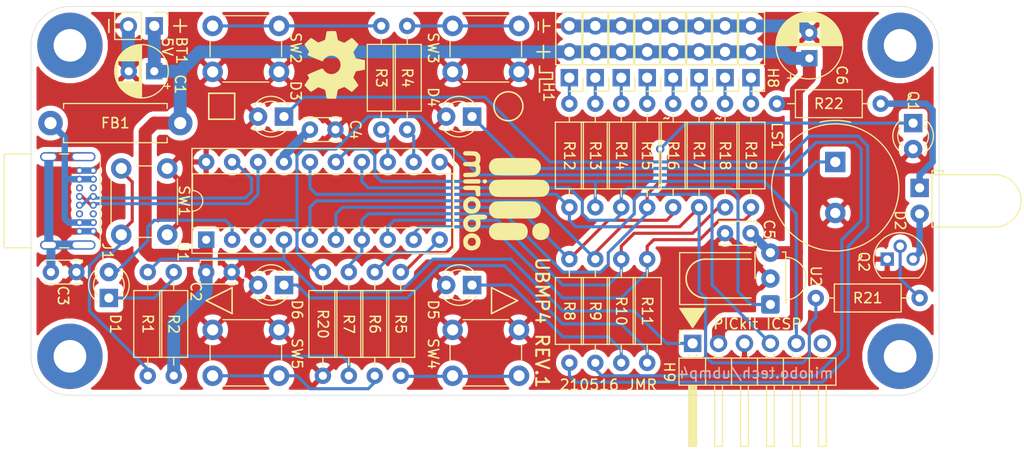
<source format=kicad_pcb>
(kicad_pcb (version 20171130) (host pcbnew "(5.1.10-1-10_14)")
  (title_block (title UBMP4) (date 2020-07-20) (rev 0) (company mirobo))
  (layers (0 F.Cu signal) (31 B.Cu signal) (34 B.Paste user hide) (35 F.Paste user hide) (36 B.SilkS user) (37 F.SilkS user) (38 B.Mask user) (39 F.Mask user) (44 Edge.Cuts user))
  (net 0 "")
  (net 1 GND)
  (net 2 +5V)
  (net 3 "Net-(C3-Pad2)")
  (net 4 "Net-(C4-Pad1)")
  (net 5 "Net-(D1-Pad2)")
  (net 6 "Net-(D1-Pad1)")
  (net 7 "Net-(D2-Pad2)")
  (net 8 "Net-(D2-Pad1)")
  (net 9 "Net-(D3-Pad2)")
  (net 10 "Net-(D4-Pad2)")
  (net 11 "Net-(D5-Pad2)")
  (net 12 "Net-(D6-Pad2)")
  (net 13 "Net-(FB1-Pad2)")
  (net 14 "Net-(H1-Pad1)")
  (net 15 "Net-(H2-Pad1)")
  (net 16 "Net-(H3-Pad1)")
  (net 17 "Net-(H4-Pad1)")
  (net 18 "Net-(H5-Pad1)")
  (net 19 "Net-(H6-Pad1)")
  (net 20 "Net-(H7-Pad1)")
  (net 21 "Net-(H8-Pad1)")
  (net 22 "Net-(H9-Pad6)")
  (net 23 "Net-(H9-Pad5)")
  (net 24 "Net-(H9-Pad4)")
  (net 25 /Vpp)
  (net 26 "Net-(J1-PadB5)")
  (net 27 "Net-(J1-PadB8)")
  (net 28 "Net-(J1-PadA8)")
  (net 29 "Net-(J1-PadA5)")
  (net 30 "Net-(LS1-Pad1)")
  (net 31 "Net-(Q1-Pad1)")
  (net 32 "Net-(Q2-Pad2)")
  (net 33 "Net-(R1-Pad1)")
  (net 34 "Net-(R3-Pad2)")
  (net 35 "Net-(R3-Pad1)")
  (net 36 "Net-(R4-Pad2)")
  (net 37 "Net-(R4-Pad1)")
  (net 38 "Net-(R5-Pad2)")
  (net 39 "Net-(R5-Pad1)")
  (net 40 "Net-(R6-Pad2)")
  (net 41 "Net-(R6-Pad1)")
  (net 42 "Net-(R14-Pad2)")
  (net 43 /D+)
  (net 44 /D-)
  (net 45 "Net-(R10-Pad1)")
  (net 46 "Net-(R11-Pad1)")
  (net 47 "Net-(R16-Pad2)")
  (net 48 "Net-(R17-Pad2)")
  (module Symbol:OSHW-Symbol_6.7x6mm_SilkScreen (layer F.Cu) (at 131.318 88.265 270)
    (fp_text reference G2 hide)
    (fp_text value Logo_Open_Hardware_Small hide)
  )
  (module UBMP4.1:mirobo_logo_10 (layer F.Cu) (at 148.336 101.6 270)
    (fp_text reference G1 hide)
    (fp_text value mirobotech_logo hide)
  )
  (module UBMP4.1:LED_D5.0mm_Horizontal_O1.27mm_Z3.0mm_Clear (layer F.Cu) (at 188.595 102.87 90)
    (fp_text reference D2 (at -0.635 -1.905 270 unlocked) (layer F.SilkS))
    (fp_text value IR333C)
    (pad 2 thru_hole rect (at 2.54 0 90) (size 1.8 1.8) (drill 0.9) (layers *.Cu *.Mask) (net 7 "Net-(D2-Pad2)"))
    (pad 1 thru_hole circle (at 0 0 90) (size 1.8 1.8) (drill 0.9) (layers *.Cu *.Mask) (net 8 "Net-(D2-Pad1)"))
  )
  (module UBMP4.1:LED_D3.0mm (layer F.Cu) (at 123.825 109.855)
    (fp_text reference D6 (at 3.81 2.413 270 unlocked) (layer F.SilkS))
    (fp_text value LED)
    (pad 2 thru_hole rect (at 2.54 0) (size 1.8 1.8) (drill 0.9) (layers *.Cu *.Mask) (net 12 "Net-(D6-Pad2)"))
    (pad 1 thru_hole circle (at 0 0) (size 1.8 1.8) (drill 0.9) (layers *.Cu *.Mask) (net 1 GND))
  )
  (module UBMP4.1:LED_D3.0mm (layer F.Cu) (at 142.24 109.855)
    (fp_text reference D5 (at -1.27 2.413 270 unlocked) (layer F.SilkS))
    (fp_text value LED)
    (pad 2 thru_hole rect (at 2.54 0) (size 1.8 1.8) (drill 0.9) (layers *.Cu *.Mask) (net 11 "Net-(D5-Pad2)"))
    (pad 1 thru_hole circle (at 0 0) (size 1.8 1.8) (drill 0.9) (layers *.Cu *.Mask) (net 1 GND))
  )
  (module UBMP4.1:LED_D3.0mm (layer F.Cu) (at 142.24 93.345)
    (fp_text reference D4 (at -1.27 -1.905 -90 unlocked) (layer F.SilkS))
    (fp_text value LED)
    (pad 2 thru_hole rect (at 2.54 0) (size 1.8 1.8) (drill 0.9) (layers *.Cu *.Mask) (net 10 "Net-(D4-Pad2)"))
    (pad 1 thru_hole circle (at 0 0) (size 1.8 1.8) (drill 0.9) (layers *.Cu *.Mask) (net 1 GND))
  )
  (module UBMP4.1:LED_D3.0mm (layer F.Cu) (at 123.825 93.345)
    (fp_text reference D3 (at 3.683 -2.54 270 unlocked) (layer F.SilkS))
    (fp_text value LED)
    (pad 2 thru_hole rect (at 2.54 0) (size 1.8 1.8) (drill 0.9) (layers *.Cu *.Mask) (net 9 "Net-(D3-Pad2)"))
    (pad 1 thru_hole circle (at 0 0) (size 1.8 1.8) (drill 0.9) (layers *.Cu *.Mask) (net 1 GND))
  )
  (module UBMP4.1:LED_D3.0mm (layer F.Cu) (at 109.22 108.585 270)
    (fp_text reference D1 (at 5.08 -0.635 270 unlocked) (layer F.SilkS))
    (fp_text value RUN)
    (pad 2 thru_hole rect (at 2.54 0 270) (size 1.8 1.8) (drill 0.9) (layers *.Cu *.Mask) (net 5 "Net-(D1-Pad2)"))
    (pad 1 thru_hole circle (at 0 0 270) (size 1.8 1.8) (drill 0.9) (layers *.Cu *.Mask) (net 6 "Net-(D1-Pad1)"))
  )
  (module Buzzer_Beeper:Buzzer_TDK_PS1240P02BT_D12.2mm_H6.5mm (layer F.Cu) (at 180.34 97.79 270)
    (fp_text reference LS1 (at -2.54 5.715 270 unlocked) (layer F.SilkS))
    (fp_text value "Piezo Beeper")
    (pad 2 thru_hole circle (at 5 0 270) (size 2 2) (drill 1) (layers *.Cu *.Mask) (net 1 GND))
    (pad 1 thru_hole rect (at 0 0 270) (size 2 2) (drill 1) (layers *.Cu *.Mask) (net 30 "Net-(LS1-Pad1)"))
  )
  (module Resistor_THT:R_Axial_DIN0207_L6.3mm_D2.5mm_P10.16mm_Horizontal (layer F.Cu) (at 156.845 107.315 270)
    (fp_text reference R9 (at 5.08 0 270 unlocked) (layer F.SilkS))
    (fp_text value 470)
    (pad 2 thru_hole oval (at 10.16 0 270) (size 1.6 1.6) (drill 0.8) (layers *.Cu *.Mask) (net 10 "Net-(D4-Pad2)"))
    (pad 1 thru_hole circle (at 0 0 270) (size 1.6 1.6) (drill 0.8) (layers *.Cu *.Mask) (net 48 "Net-(R17-Pad2)"))
  )
  (module Resistor_THT:R_Axial_DIN0207_L6.3mm_D2.5mm_P10.16mm_Horizontal (layer F.Cu) (at 161.925 107.315 270)
    (fp_text reference R11 (at 5.08 0 270 unlocked) (layer F.SilkS))
    (fp_text value 470)
    (pad 2 thru_hole oval (at 10.16 0 270) (size 1.6 1.6) (drill 0.8) (layers *.Cu *.Mask) (net 12 "Net-(D6-Pad2)"))
    (pad 1 thru_hole circle (at 0 0 270) (size 1.6 1.6) (drill 0.8) (layers *.Cu *.Mask) (net 46 "Net-(R11-Pad1)"))
  )
  (module UBMP4:PinHeader_1x06_P2.54mm_Horizontal (layer F.Cu) (at 166.37 115.57 90)
    (fp_text reference H9 (at -2.794 -2.286 270 unlocked) (layer F.SilkS))
    (fp_text value ICSP)
    (pad 1 thru_hole rect (at 0 0 90) (size 1.7 1.7) (drill 1) (layers *.Cu *.Mask) (net 25 /Vpp))
    (pad 2 thru_hole oval (at 0 2.54 90) (size 1.7 1.7) (drill 1) (layers *.Cu *.Mask) (net 2 +5V))
    (pad 3 thru_hole oval (at 0 5.08 90) (size 1.7 1.7) (drill 1) (layers *.Cu *.Mask) (net 1 GND))
    (pad 4 thru_hole oval (at 0 7.62 90) (size 1.7 1.7) (drill 1) (layers *.Cu *.Mask) (net 24 "Net-(H9-Pad4)"))
    (pad 5 thru_hole oval (at 0 10.16 90) (size 1.7 1.7) (drill 1) (layers *.Cu *.Mask) (net 23 "Net-(H9-Pad5)"))
    (pad 6 thru_hole oval (at 0 12.7 90) (size 1.7 1.7) (drill 1) (layers *.Cu *.Mask) (net 22 "Net-(H9-Pad6)"))
  )
  (module Resistor_THT:R_Axial_DIN0207_L6.3mm_D2.5mm_P10.16mm_Horizontal (layer F.Cu) (at 172.085 92.075 270)
    (fp_text reference R19 (at 5.08 0 270 unlocked) (layer F.SilkS))
    (fp_text value 100)
    (pad 2 thru_hole oval (at 10.16 0 270) (size 1.6 1.6) (drill 0.8) (layers *.Cu *.Mask) (net 46 "Net-(R11-Pad1)"))
    (pad 1 thru_hole circle (at 0 0 270) (size 1.6 1.6) (drill 0.8) (layers *.Cu *.Mask) (net 21 "Net-(H8-Pad1)"))
  )
  (module Resistor_THT:R_Axial_DIN0207_L6.3mm_D2.5mm_P10.16mm_Horizontal (layer F.Cu) (at 169.545 92.075 270)
    (fp_text reference R18 (at 5.08 0 270 unlocked) (layer F.SilkS))
    (fp_text value 100)
    (pad 2 thru_hole oval (at 10.16 0 270) (size 1.6 1.6) (drill 0.8) (layers *.Cu *.Mask) (net 45 "Net-(R10-Pad1)"))
    (pad 1 thru_hole circle (at 0 0 270) (size 1.6 1.6) (drill 0.8) (layers *.Cu *.Mask) (net 20 "Net-(H7-Pad1)"))
  )
  (module Resistor_THT:R_Axial_DIN0207_L6.3mm_D2.5mm_P10.16mm_Horizontal (layer F.Cu) (at 167.005 92.075 270)
    (fp_text reference R17 (at 5.08 0 270 unlocked) (layer F.SilkS))
    (fp_text value 100)
    (pad 2 thru_hole oval (at 10.16 0 270) (size 1.6 1.6) (drill 0.8) (layers *.Cu *.Mask) (net 48 "Net-(R17-Pad2)"))
    (pad 1 thru_hole circle (at 0 0 270) (size 1.6 1.6) (drill 0.8) (layers *.Cu *.Mask) (net 19 "Net-(H6-Pad1)"))
  )
  (module Resistor_THT:R_Axial_DIN0207_L6.3mm_D2.5mm_P10.16mm_Horizontal (layer F.Cu) (at 164.465 92.075 270)
    (fp_text reference R16 (at 5.08 0 270 unlocked) (layer F.SilkS))
    (fp_text value 100)
    (pad 2 thru_hole oval (at 10.16 0 270) (size 1.6 1.6) (drill 0.8) (layers *.Cu *.Mask) (net 47 "Net-(R16-Pad2)"))
    (pad 1 thru_hole circle (at 0 0 270) (size 1.6 1.6) (drill 0.8) (layers *.Cu *.Mask) (net 18 "Net-(H5-Pad1)"))
  )
  (module Connector_USB:USB_C_Receptacle_GCT_USB4085 (layer F.Cu) (at 107.696 98.6282 270)
    (fp_text reference J1 (at 7.9248 -1.397 270 unlocked) (layer F.SilkS))
    (fp_text value "USB2 TYPE-C")
    (pad S1 thru_hole oval (at 7.3 4.36 270) (size 0.9 1.7) (drill oval 0.6 1.4) (layers *.Cu *.Mask) (net 3 "Net-(C3-Pad2)"))
    (pad S1 thru_hole oval (at -1.35 4.36 270) (size 0.9 1.7) (drill oval 0.6 1.4) (layers *.Cu *.Mask) (net 3 "Net-(C3-Pad2)"))
    (pad S1 thru_hole oval (at 7.3 0.98 270) (size 0.9 2.4) (drill oval 0.6 2.1) (layers *.Cu *.Mask) (net 3 "Net-(C3-Pad2)"))
    (pad S1 thru_hole oval (at -1.35 0.98 270) (size 0.9 2.4) (drill oval 0.6 2.1) (layers *.Cu *.Mask) (net 3 "Net-(C3-Pad2)"))
    (pad B6 thru_hole circle (at 3.4 1.35 270) (size 0.7 0.7) (drill 0.4) (layers *.Cu *.Mask) (net 43 /D+))
    (pad B1 thru_hole circle (at 5.95 1.35 270) (size 0.7 0.7) (drill 0.4) (layers *.Cu *.Mask) (net 1 GND))
    (pad B4 thru_hole circle (at 5.1 1.35 270) (size 0.7 0.7) (drill 0.4) (layers *.Cu *.Mask) (net 13 "Net-(FB1-Pad2)"))
    (pad B5 thru_hole circle (at 4.25 1.35 270) (size 0.7 0.7) (drill 0.4) (layers *.Cu *.Mask) (net 26 "Net-(J1-PadB5)"))
    (pad B12 thru_hole circle (at 0 1.35 270) (size 0.7 0.7) (drill 0.4) (layers *.Cu *.Mask) (net 1 GND))
    (pad B8 thru_hole circle (at 1.7 1.35 270) (size 0.7 0.7) (drill 0.4) (layers *.Cu *.Mask) (net 27 "Net-(J1-PadB8)"))
    (pad B7 thru_hole circle (at 2.55 1.35 270) (size 0.7 0.7) (drill 0.4) (layers *.Cu *.Mask) (net 44 /D-))
    (pad B9 thru_hole circle (at 0.85 1.35 270) (size 0.7 0.7) (drill 0.4) (layers *.Cu *.Mask) (net 13 "Net-(FB1-Pad2)"))
    (pad A12 thru_hole circle (at 5.95 0 270) (size 0.7 0.7) (drill 0.4) (layers *.Cu *.Mask) (net 1 GND))
    (pad A9 thru_hole circle (at 5.1 0 270) (size 0.7 0.7) (drill 0.4) (layers *.Cu *.Mask) (net 13 "Net-(FB1-Pad2)"))
    (pad A8 thru_hole circle (at 4.25 0 270) (size 0.7 0.7) (drill 0.4) (layers *.Cu *.Mask) (net 28 "Net-(J1-PadA8)"))
    (pad A7 thru_hole circle (at 3.4 0 270) (size 0.7 0.7) (drill 0.4) (layers *.Cu *.Mask) (net 44 /D-))
    (pad A6 thru_hole circle (at 2.55 0 270) (size 0.7 0.7) (drill 0.4) (layers *.Cu *.Mask) (net 43 /D+))
    (pad A5 thru_hole circle (at 1.7 0 270) (size 0.7 0.7) (drill 0.4) (layers *.Cu *.Mask) (net 29 "Net-(J1-PadA5)"))
    (pad A4 thru_hole circle (at 0.85 0 270) (size 0.7 0.7) (drill 0.4) (layers *.Cu *.Mask) (net 13 "Net-(FB1-Pad2)"))
    (pad A1 thru_hole circle (at 0 0 270) (size 0.7 0.7) (drill 0.4) (layers *.Cu *.Mask) (net 1 GND))
  )
  (module Connector_PinHeader_2.54mm:PinHeader_1x02_P2.54mm_Vertical (layer F.Cu) (at 113.665 84.455 270)
    (fp_text reference BT1 (at 2.413 -2.667 270 unlocked) (layer F.SilkS))
    (fp_text value Battery)
    (pad 2 thru_hole oval (at 0 2.54 270) (size 1.7 1.7) (drill 1) (layers *.Cu *.Mask) (net 1 GND))
    (pad 1 thru_hole rect (at 0 0 270) (size 1.7 1.7) (drill 1) (layers *.Cu *.Mask) (net 2 +5V))
  )
  (module Button_Switch_THT:SW_PUSH_6mm (layer F.Cu) (at 149.375 88.955 180)
    (fp_text reference SW3 (at 8.405 2.341 270 unlocked) (layer F.SilkS))
    (fp_text value SW_Push)
    (pad 1 thru_hole circle (at 6.5 0 270) (size 2 2) (drill 1.1) (layers *.Cu *.Mask) (net 1 GND))
    (pad 2 thru_hole circle (at 6.5 4.5 270) (size 2 2) (drill 1.1) (layers *.Cu *.Mask) (net 36 "Net-(R4-Pad2)"))
    (pad 1 thru_hole circle (at 0 0 270) (size 2 2) (drill 1.1) (layers *.Cu *.Mask) (net 1 GND))
    (pad 2 thru_hole circle (at 0 4.5 270) (size 2 2) (drill 1.1) (layers *.Cu *.Mask) (net 36 "Net-(R4-Pad2)"))
  )
  (module OptoDevice:Vishay_MINICAST-3Pin (layer F.Cu) (at 173.99 111.76 90)
    (fp_text reference U2 (at 2.794 4.445 270 unlocked) (layer F.SilkS))
    (fp_text value TSOP38238)
    (pad 3 thru_hole circle (at 5.08 0 90) (size 1.8 1.8) (drill 0.9) (layers *.Cu *.Mask) (net 2 +5V))
    (pad 2 thru_hole circle (at 2.54 0 90) (size 1.8 1.8) (drill 0.9) (layers *.Cu *.Mask) (net 1 GND))
    (pad 1 thru_hole roundrect (at 0 0 90) (size 1.8 1.8) (drill 0.9) (layers *.Cu *.Mask) (roundrect_rratio 0.139) (net 42 "Net-(R14-Pad2)"))
  )
  (module Package_DIP:DIP-20_W7.62mm_Socket (layer F.Cu) (at 118.745 105.41 90)
    (fp_text reference U1 (at -1.143 -2.286 270 unlocked) (layer F.SilkS))
    (fp_text value PIC16F1459-IP)
    (pad 20 thru_hole oval (at 7.62 0 90) (size 1.6 1.6) (drill 0.8) (layers *.Cu *.Mask) (net 1 GND))
    (pad 10 thru_hole oval (at 0 22.86 90) (size 1.6 1.6) (drill 0.8) (layers *.Cu *.Mask) (net 41 "Net-(R6-Pad1)"))
    (pad 19 thru_hole oval (at 7.62 2.54 90) (size 1.6 1.6) (drill 0.8) (layers *.Cu *.Mask) (net 43 /D+))
    (pad 9 thru_hole oval (at 0 20.32 90) (size 1.6 1.6) (drill 0.8) (layers *.Cu *.Mask) (net 46 "Net-(R11-Pad1)"))
    (pad 18 thru_hole oval (at 7.62 5.08 90) (size 1.6 1.6) (drill 0.8) (layers *.Cu *.Mask) (net 44 /D-))
    (pad 8 thru_hole oval (at 0 17.78 90) (size 1.6 1.6) (drill 0.8) (layers *.Cu *.Mask) (net 45 "Net-(R10-Pad1)"))
    (pad 17 thru_hole oval (at 7.62 7.62 90) (size 1.6 1.6) (drill 0.8) (layers *.Cu *.Mask) (net 4 "Net-(C4-Pad1)"))
    (pad 7 thru_hole oval (at 0 15.24 90) (size 1.6 1.6) (drill 0.8) (layers *.Cu *.Mask) (net 31 "Net-(Q1-Pad1)"))
    (pad 16 thru_hole oval (at 7.62 10.16 90) (size 1.6 1.6) (drill 0.8) (layers *.Cu *.Mask) (net 24 "Net-(H9-Pad4)"))
    (pad 6 thru_hole oval (at 0 12.7 90) (size 1.6 1.6) (drill 0.8) (layers *.Cu *.Mask) (net 47 "Net-(R16-Pad2)"))
    (pad 15 thru_hole oval (at 7.62 12.7 90) (size 1.6 1.6) (drill 0.8) (layers *.Cu *.Mask) (net 23 "Net-(H9-Pad5)"))
    (pad 5 thru_hole oval (at 0 10.16 90) (size 1.6 1.6) (drill 0.8) (layers *.Cu *.Mask) (net 48 "Net-(R17-Pad2)"))
    (pad 14 thru_hole oval (at 7.62 15.24 90) (size 1.6 1.6) (drill 0.8) (layers *.Cu *.Mask) (net 42 "Net-(R14-Pad2)"))
    (pad 4 thru_hole oval (at 0 7.62 90) (size 1.6 1.6) (drill 0.8) (layers *.Cu *.Mask) (net 25 /Vpp))
    (pad 13 thru_hole oval (at 7.62 17.78 90) (size 1.6 1.6) (drill 0.8) (layers *.Cu *.Mask) (net 35 "Net-(R3-Pad1)"))
    (pad 3 thru_hole oval (at 0 5.08 90) (size 1.6 1.6) (drill 0.8) (layers *.Cu *.Mask) (net 30 "Net-(LS1-Pad1)"))
    (pad 12 thru_hole oval (at 7.62 20.32 90) (size 1.6 1.6) (drill 0.8) (layers *.Cu *.Mask) (net 37 "Net-(R4-Pad1)"))
    (pad 2 thru_hole oval (at 0 2.54 90) (size 1.6 1.6) (drill 0.8) (layers *.Cu *.Mask) (net 6 "Net-(D1-Pad1)"))
    (pad 11 thru_hole oval (at 7.62 22.86 90) (size 1.6 1.6) (drill 0.8) (layers *.Cu *.Mask) (net 39 "Net-(R5-Pad1)"))
    (pad 1 thru_hole rect (at 0 0 90) (size 1.6 1.6) (drill 0.8) (layers *.Cu *.Mask) (net 2 +5V))
  )
  (module Button_Switch_THT:SW_PUSH_6mm (layer F.Cu) (at 119.38 114.245)
    (fp_text reference SW5 (at 8.255 2.341 270 unlocked) (layer F.SilkS))
    (fp_text value SW_Push)
    (pad 1 thru_hole circle (at 6.5 0 90) (size 2 2) (drill 1.1) (layers *.Cu *.Mask) (net 1 GND))
    (pad 2 thru_hole circle (at 6.5 4.5 90) (size 2 2) (drill 1.1) (layers *.Cu *.Mask) (net 40 "Net-(R6-Pad2)"))
    (pad 1 thru_hole circle (at 0 0 90) (size 2 2) (drill 1.1) (layers *.Cu *.Mask) (net 1 GND))
    (pad 2 thru_hole circle (at 0 4.5 90) (size 2 2) (drill 1.1) (layers *.Cu *.Mask) (net 40 "Net-(R6-Pad2)"))
  )
  (module Button_Switch_THT:SW_PUSH_6mm (layer F.Cu) (at 142.875 114.245)
    (fp_text reference SW4 (at -1.905 2.341 270 unlocked) (layer F.SilkS))
    (fp_text value SW_Push)
    (pad 1 thru_hole circle (at 6.5 0 90) (size 2 2) (drill 1.1) (layers *.Cu *.Mask) (net 1 GND))
    (pad 2 thru_hole circle (at 6.5 4.5 90) (size 2 2) (drill 1.1) (layers *.Cu *.Mask) (net 38 "Net-(R5-Pad2)"))
    (pad 1 thru_hole circle (at 0 0 90) (size 2 2) (drill 1.1) (layers *.Cu *.Mask) (net 1 GND))
    (pad 2 thru_hole circle (at 0 4.5 90) (size 2 2) (drill 1.1) (layers *.Cu *.Mask) (net 38 "Net-(R5-Pad2)"))
  )
  (module Button_Switch_THT:SW_PUSH_6mm (layer F.Cu) (at 125.88 88.955 180)
    (fp_text reference SW2 (at -1.628 2.341 270 unlocked) (layer F.SilkS))
    (fp_text value SW_Push)
    (pad 1 thru_hole circle (at 6.5 0 270) (size 2 2) (drill 1.1) (layers *.Cu *.Mask) (net 1 GND))
    (pad 2 thru_hole circle (at 6.5 4.5 270) (size 2 2) (drill 1.1) (layers *.Cu *.Mask) (net 34 "Net-(R3-Pad2)"))
    (pad 1 thru_hole circle (at 0 0 270) (size 2 2) (drill 1.1) (layers *.Cu *.Mask) (net 1 GND))
    (pad 2 thru_hole circle (at 0 4.5 270) (size 2 2) (drill 1.1) (layers *.Cu *.Mask) (net 34 "Net-(R3-Pad2)"))
  )
  (module Button_Switch_THT:SW_PUSH_6mm (layer F.Cu) (at 114.935 98.425 270)
    (fp_text reference SW1 (at 3.175 -1.651 270 unlocked) (layer F.SilkS))
    (fp_text value PROG)
    (pad 1 thru_hole circle (at 6.5 0) (size 2 2) (drill 1.1) (layers *.Cu *.Mask) (net 1 GND))
    (pad 2 thru_hole circle (at 6.5 4.5) (size 2 2) (drill 1.1) (layers *.Cu *.Mask) (net 33 "Net-(R1-Pad1)"))
    (pad 1 thru_hole circle (at 0 0) (size 2 2) (drill 1.1) (layers *.Cu *.Mask) (net 1 GND))
    (pad 2 thru_hole circle (at 0 4.5) (size 2 2) (drill 1.1) (layers *.Cu *.Mask) (net 33 "Net-(R1-Pad1)"))
  )
  (module Resistor_THT:R_Axial_DIN0207_L6.3mm_D2.5mm_P10.16mm_Horizontal (layer F.Cu) (at 178.435 111.125)
    (fp_text reference R21 (at 5.08 0) (layer F.SilkS))
    (fp_text value 1k0)
    (pad 2 thru_hole oval (at 10.16 0) (size 1.6 1.6) (drill 0.8) (layers *.Cu *.Mask) (net 32 "Net-(Q2-Pad2)"))
    (pad 1 thru_hole circle (at 0 0) (size 1.6 1.6) (drill 0.8) (layers *.Cu *.Mask) (net 48 "Net-(R17-Pad2)"))
  )
  (module Resistor_THT:R_Axial_DIN0207_L6.3mm_D2.5mm_P10.16mm_Horizontal (layer F.Cu) (at 174.625 92.075)
    (fp_text reference R22 (at 5.08 0 unlocked) (layer F.SilkS))
    (fp_text value 100)
    (pad 2 thru_hole oval (at 10.16 0) (size 1.6 1.6) (drill 0.8) (layers *.Cu *.Mask) (net 7 "Net-(D2-Pad2)"))
    (pad 1 thru_hole circle (at 0 0) (size 1.6 1.6) (drill 0.8) (layers *.Cu *.Mask) (net 2 +5V))
  )
  (module Resistor_THT:R_Axial_DIN0207_L6.3mm_D2.5mm_P10.16mm_Horizontal (layer F.Cu) (at 130.175 118.745 90)
    (fp_text reference R20 (at 5.08 0 270 unlocked) (layer F.SilkS))
    (fp_text value 1k0)
    (pad 2 thru_hole oval (at 10.16 0 90) (size 1.6 1.6) (drill 0.8) (layers *.Cu *.Mask) (net 30 "Net-(LS1-Pad1)"))
    (pad 1 thru_hole circle (at 0 0 90) (size 1.6 1.6) (drill 0.8) (layers *.Cu *.Mask) (net 1 GND))
  )
  (module Resistor_THT:R_Axial_DIN0207_L6.3mm_D2.5mm_P10.16mm_Horizontal (layer F.Cu) (at 161.925 92.075 270)
    (fp_text reference R15 (at 5.08 0 270 unlocked) (layer F.SilkS))
    (fp_text value 100)
    (pad 2 thru_hole oval (at 10.16 0 270) (size 1.6 1.6) (drill 0.8) (layers *.Cu *.Mask) (net 31 "Net-(Q1-Pad1)"))
    (pad 1 thru_hole circle (at 0 0 270) (size 1.6 1.6) (drill 0.8) (layers *.Cu *.Mask) (net 17 "Net-(H4-Pad1)"))
  )
  (module Resistor_THT:R_Axial_DIN0207_L6.3mm_D2.5mm_P10.16mm_Horizontal (layer F.Cu) (at 159.385 92.075 270)
    (fp_text reference R14 (at 5.08 0 270 unlocked) (layer F.SilkS))
    (fp_text value 100)
    (pad 2 thru_hole oval (at 10.16 0 270) (size 1.6 1.6) (drill 0.8) (layers *.Cu *.Mask) (net 42 "Net-(R14-Pad2)"))
    (pad 1 thru_hole circle (at 0 0 270) (size 1.6 1.6) (drill 0.8) (layers *.Cu *.Mask) (net 16 "Net-(H3-Pad1)"))
  )
  (module Resistor_THT:R_Axial_DIN0207_L6.3mm_D2.5mm_P10.16mm_Horizontal (layer F.Cu) (at 156.845 92.075 270)
    (fp_text reference R13 (at 5.08 0 270 unlocked) (layer F.SilkS))
    (fp_text value 100)
    (pad 2 thru_hole oval (at 10.16 0 270) (size 1.6 1.6) (drill 0.8) (layers *.Cu *.Mask) (net 23 "Net-(H9-Pad5)"))
    (pad 1 thru_hole circle (at 0 0 270) (size 1.6 1.6) (drill 0.8) (layers *.Cu *.Mask) (net 15 "Net-(H2-Pad1)"))
  )
  (module Resistor_THT:R_Axial_DIN0207_L6.3mm_D2.5mm_P10.16mm_Horizontal (layer F.Cu) (at 154.305 92.075 270)
    (fp_text reference R12 (at 5.08 0 270 unlocked) (layer F.SilkS))
    (fp_text value 100)
    (pad 2 thru_hole oval (at 10.16 0 270) (size 1.6 1.6) (drill 0.8) (layers *.Cu *.Mask) (net 24 "Net-(H9-Pad4)"))
    (pad 1 thru_hole circle (at 0 0 270) (size 1.6 1.6) (drill 0.8) (layers *.Cu *.Mask) (net 14 "Net-(H1-Pad1)"))
  )
  (module Resistor_THT:R_Axial_DIN0207_L6.3mm_D2.5mm_P10.16mm_Horizontal (layer F.Cu) (at 159.385 107.315 270)
    (fp_text reference R10 (at 5.08 0 270 unlocked) (layer F.SilkS))
    (fp_text value 470)
    (pad 2 thru_hole oval (at 10.16 0 270) (size 1.6 1.6) (drill 0.8) (layers *.Cu *.Mask) (net 11 "Net-(D5-Pad2)"))
    (pad 1 thru_hole circle (at 0 0 270) (size 1.6 1.6) (drill 0.8) (layers *.Cu *.Mask) (net 45 "Net-(R10-Pad1)"))
  )
  (module Resistor_THT:R_Axial_DIN0207_L6.3mm_D2.5mm_P10.16mm_Horizontal (layer F.Cu) (at 154.305 107.315 270)
    (fp_text reference R8 (at 5.08 0 270 unlocked) (layer F.SilkS))
    (fp_text value 470)
    (pad 2 thru_hole oval (at 10.16 0 270) (size 1.6 1.6) (drill 0.8) (layers *.Cu *.Mask) (net 9 "Net-(D3-Pad2)"))
    (pad 1 thru_hole circle (at 0 0 270) (size 1.6 1.6) (drill 0.8) (layers *.Cu *.Mask) (net 47 "Net-(R16-Pad2)"))
  )
  (module Resistor_THT:R_Axial_DIN0207_L6.3mm_D2.5mm_P10.16mm_Horizontal (layer F.Cu) (at 132.715 118.745 90)
    (fp_text reference R7 (at 5.08 0 270 unlocked) (layer F.SilkS))
    (fp_text value 10k)
    (pad 2 thru_hole oval (at 10.16 0 90) (size 1.6 1.6) (drill 0.8) (layers *.Cu *.Mask) (net 31 "Net-(Q1-Pad1)"))
    (pad 1 thru_hole circle (at 0 0 90) (size 1.6 1.6) (drill 0.8) (layers *.Cu *.Mask) (net 2 +5V))
  )
  (module Resistor_THT:R_Axial_DIN0207_L6.3mm_D2.5mm_P10.16mm_Horizontal (layer F.Cu) (at 135.255 108.585 270)
    (fp_text reference R6 (at 5.08 0 270 unlocked) (layer F.SilkS))
    (fp_text value 100)
    (pad 2 thru_hole oval (at 10.16 0 270) (size 1.6 1.6) (drill 0.8) (layers *.Cu *.Mask) (net 40 "Net-(R6-Pad2)"))
    (pad 1 thru_hole circle (at 0 0 270) (size 1.6 1.6) (drill 0.8) (layers *.Cu *.Mask) (net 41 "Net-(R6-Pad1)"))
  )
  (module Resistor_THT:R_Axial_DIN0207_L6.3mm_D2.5mm_P10.16mm_Horizontal (layer F.Cu) (at 137.795 108.585 270)
    (fp_text reference R5 (at 5.08 0 270 unlocked) (layer F.SilkS))
    (fp_text value 100)
    (pad 2 thru_hole oval (at 10.16 0 270) (size 1.6 1.6) (drill 0.8) (layers *.Cu *.Mask) (net 38 "Net-(R5-Pad2)"))
    (pad 1 thru_hole circle (at 0 0 270) (size 1.6 1.6) (drill 0.8) (layers *.Cu *.Mask) (net 39 "Net-(R5-Pad1)"))
  )
  (module Resistor_THT:R_Axial_DIN0207_L6.3mm_D2.5mm_P10.16mm_Horizontal (layer F.Cu) (at 138.43 94.615 90)
    (fp_text reference R4 (at 5.08 0 270 unlocked) (layer F.SilkS))
    (fp_text value 100)
    (pad 2 thru_hole oval (at 10.16 0 90) (size 1.6 1.6) (drill 0.8) (layers *.Cu *.Mask) (net 36 "Net-(R4-Pad2)"))
    (pad 1 thru_hole circle (at 0 0 90) (size 1.6 1.6) (drill 0.8) (layers *.Cu *.Mask) (net 37 "Net-(R4-Pad1)"))
  )
  (module Resistor_THT:R_Axial_DIN0207_L6.3mm_D2.5mm_P10.16mm_Horizontal (layer F.Cu) (at 135.89 94.615 90)
    (fp_text reference R3 (at 5.08 0 270 unlocked) (layer F.SilkS))
    (fp_text value 100)
    (pad 2 thru_hole oval (at 10.16 0 90) (size 1.6 1.6) (drill 0.8) (layers *.Cu *.Mask) (net 34 "Net-(R3-Pad2)"))
    (pad 1 thru_hole circle (at 0 0 90) (size 1.6 1.6) (drill 0.8) (layers *.Cu *.Mask) (net 35 "Net-(R3-Pad1)"))
  )
  (module Resistor_THT:R_Axial_DIN0207_L6.3mm_D2.5mm_P10.16mm_Horizontal (layer F.Cu) (at 115.57 108.585 270)
    (fp_text reference R2 (at 5.08 0 270 unlocked) (layer F.SilkS))
    (fp_text value 470)
    (pad 2 thru_hole oval (at 10.16 0 270) (size 1.6 1.6) (drill 0.8) (layers *.Cu *.Mask) (net 2 +5V))
    (pad 1 thru_hole circle (at 0 0 270) (size 1.6 1.6) (drill 0.8) (layers *.Cu *.Mask) (net 5 "Net-(D1-Pad2)"))
  )
  (module Resistor_THT:R_Axial_DIN0207_L6.3mm_D2.5mm_P10.16mm_Horizontal (layer F.Cu) (at 113.03 118.745 90)
    (fp_text reference R1 (at 5.08 0 270 unlocked) (layer F.SilkS))
    (fp_text value 100)
    (pad 2 thru_hole oval (at 10.16 0 90) (size 1.6 1.6) (drill 0.8) (layers *.Cu *.Mask) (net 25 /Vpp))
    (pad 1 thru_hole circle (at 0 0 90) (size 1.6 1.6) (drill 0.8) (layers *.Cu *.Mask) (net 33 "Net-(R1-Pad1)"))
  )
  (module Package_TO_SOT_THT:TO-92 (layer F.Cu) (at 185.42 107.315)
    (fp_text reference Q2 (at -2.286 0.254 270 unlocked) (layer F.SilkS))
    (fp_text value 2N3904)
    (pad 1 thru_hole rect (at 0 0 90) (size 1.3 1.3) (drill 0.75) (layers *.Cu *.Mask) (net 1 GND))
    (pad 3 thru_hole circle (at 2.54 0 90) (size 1.3 1.3) (drill 0.75) (layers *.Cu *.Mask) (net 8 "Net-(D2-Pad1)"))
    (pad 2 thru_hole circle (at 1.27 -1.27 90) (size 1.3 1.3) (drill 0.75) (layers *.Cu *.Mask) (net 32 "Net-(Q2-Pad2)"))
  )
  (module LED_THT:LED_D3.0mm_Clear (layer F.Cu) (at 187.96 93.98 270)
    (fp_text reference Q1 (at -2.159 0 270 unlocked) (layer F.SilkS))
    (fp_text value TEPT4400)
    (pad 2 thru_hole circle (at 2.54 0 270) (size 1.8 1.8) (drill 0.9) (layers *.Cu *.Mask) (net 1 GND))
    (pad 1 thru_hole rect (at 0 0 270) (size 1.8 1.8) (drill 0.9) (layers *.Cu *.Mask) (net 31 "Net-(Q1-Pad1)"))
  )
  (module MountingHole:MountingHole_3.2mm_M3_Pad (layer F.Cu) (at 105.41 116.84)
    (fp_text reference MH4 hide)
    (fp_text value MountingHole)
    (pad 1 thru_hole circle (at 0 0) (size 6.4 6.4) (drill 3.2) (layers *.Cu *.Mask))
  )
  (module MountingHole:MountingHole_3.2mm_M3_Pad (layer F.Cu) (at 186.69 116.84)
    (fp_text reference MH3 hide)
    (fp_text value MountingHole)
    (pad 1 thru_hole circle (at 0 0) (size 6.4 6.4) (drill 3.2) (layers *.Cu *.Mask))
  )
  (module MountingHole:MountingHole_3.2mm_M3_Pad (layer F.Cu) (at 186.69 86.36)
    (fp_text reference MH2 hide)
    (fp_text value MountingHole)
    (pad 1 thru_hole circle (at 0 0) (size 6.4 6.4) (drill 3.2) (layers *.Cu *.Mask))
  )
  (module MountingHole:MountingHole_3.2mm_M3_Pad (layer F.Cu) (at 105.41 86.36)
    (fp_text reference MH1 hide)
    (fp_text value MountingHole)
    (pad 1 thru_hole circle (at 0 0) (size 6.4 6.4) (drill 3.2) (layers *.Cu *.Mask))
  )
  (module Connector_PinHeader_2.54mm:PinHeader_1x03_P2.54mm_Vertical (layer F.Cu) (at 172.085 89.535 180)
    (fp_text reference H8 (at -2.159 0 270 unlocked) (layer F.SilkS))
    (fp_text value Conn_01x03_Male)
    (pad 3 thru_hole oval (at 0 5.08 180) (size 1.7 1.7) (drill 1) (layers *.Cu *.Mask) (net 1 GND))
    (pad 2 thru_hole oval (at 0 2.54 180) (size 1.7 1.7) (drill 1) (layers *.Cu *.Mask) (net 2 +5V))
    (pad 1 thru_hole rect (at 0 0 180) (size 1.7 1.7) (drill 1) (layers *.Cu *.Mask) (net 21 "Net-(H8-Pad1)"))
  )
  (module Connector_PinHeader_2.54mm:PinHeader_1x03_P2.54mm_Vertical (layer F.Cu) (at 169.545 89.535 180)
    (fp_text reference H7 hide)
    (fp_text value Conn_01x03_Male)
    (pad 3 thru_hole oval (at 0 5.08 180) (size 1.7 1.7) (drill 1) (layers *.Cu *.Mask) (net 1 GND))
    (pad 2 thru_hole oval (at 0 2.54 180) (size 1.7 1.7) (drill 1) (layers *.Cu *.Mask) (net 2 +5V))
    (pad 1 thru_hole rect (at 0 0 180) (size 1.7 1.7) (drill 1) (layers *.Cu *.Mask) (net 20 "Net-(H7-Pad1)"))
  )
  (module Connector_PinHeader_2.54mm:PinHeader_1x03_P2.54mm_Vertical (layer F.Cu) (at 167.005 89.535 180)
    (fp_text reference H6 hide)
    (fp_text value Conn_01x03_Male)
    (pad 3 thru_hole oval (at 0 5.08 180) (size 1.7 1.7) (drill 1) (layers *.Cu *.Mask) (net 1 GND))
    (pad 2 thru_hole oval (at 0 2.54 180) (size 1.7 1.7) (drill 1) (layers *.Cu *.Mask) (net 2 +5V))
    (pad 1 thru_hole rect (at 0 0 180) (size 1.7 1.7) (drill 1) (layers *.Cu *.Mask) (net 19 "Net-(H6-Pad1)"))
  )
  (module Connector_PinHeader_2.54mm:PinHeader_1x03_P2.54mm_Vertical (layer F.Cu) (at 164.465 89.535 180)
    (fp_text reference H5 hide)
    (fp_text value Conn_01x03_Male)
    (pad 3 thru_hole oval (at 0 5.08 180) (size 1.7 1.7) (drill 1) (layers *.Cu *.Mask) (net 1 GND))
    (pad 2 thru_hole oval (at 0 2.54 180) (size 1.7 1.7) (drill 1) (layers *.Cu *.Mask) (net 2 +5V))
    (pad 1 thru_hole rect (at 0 0 180) (size 1.7 1.7) (drill 1) (layers *.Cu *.Mask) (net 18 "Net-(H5-Pad1)"))
  )
  (module Connector_PinHeader_2.54mm:PinHeader_1x03_P2.54mm_Vertical (layer F.Cu) (at 161.925 89.535 180)
    (fp_text reference H4 hide)
    (fp_text value Conn_01x03_Male)
    (pad 3 thru_hole oval (at 0 5.08 180) (size 1.7 1.7) (drill 1) (layers *.Cu *.Mask) (net 1 GND))
    (pad 2 thru_hole oval (at 0 2.54 180) (size 1.7 1.7) (drill 1) (layers *.Cu *.Mask) (net 2 +5V))
    (pad 1 thru_hole rect (at 0 0 180) (size 1.7 1.7) (drill 1) (layers *.Cu *.Mask) (net 17 "Net-(H4-Pad1)"))
  )
  (module Connector_PinHeader_2.54mm:PinHeader_1x03_P2.54mm_Vertical (layer F.Cu) (at 159.385 89.535 180)
    (fp_text reference H3 hide)
    (fp_text value Conn_01x03_Male)
    (pad 3 thru_hole oval (at 0 5.08 180) (size 1.7 1.7) (drill 1) (layers *.Cu *.Mask) (net 1 GND))
    (pad 2 thru_hole oval (at 0 2.54 180) (size 1.7 1.7) (drill 1) (layers *.Cu *.Mask) (net 2 +5V))
    (pad 1 thru_hole rect (at 0 0 180) (size 1.7 1.7) (drill 1) (layers *.Cu *.Mask) (net 16 "Net-(H3-Pad1)"))
  )
  (module Connector_PinHeader_2.54mm:PinHeader_1x03_P2.54mm_Vertical (layer F.Cu) (at 156.845 89.535 180)
    (fp_text reference H2 hide)
    (fp_text value Conn_01x03_Male)
    (pad 3 thru_hole oval (at 0 5.08 180) (size 1.7 1.7) (drill 1) (layers *.Cu *.Mask) (net 1 GND))
    (pad 2 thru_hole oval (at 0 2.54 180) (size 1.7 1.7) (drill 1) (layers *.Cu *.Mask) (net 2 +5V))
    (pad 1 thru_hole rect (at 0 0 180) (size 1.7 1.7) (drill 1) (layers *.Cu *.Mask) (net 15 "Net-(H2-Pad1)"))
  )
  (module Connector_PinHeader_2.54mm:PinHeader_1x03_P2.54mm_Vertical (layer F.Cu) (at 154.305 89.535 180)
    (fp_text reference H1 (at 2.032 -1.397 270 unlocked) (layer F.SilkS))
    (fp_text value Conn_01x03_Male)
    (pad 3 thru_hole oval (at 0 5.08 180) (size 1.7 1.7) (drill 1) (layers *.Cu *.Mask) (net 1 GND))
    (pad 2 thru_hole oval (at 0 2.54 180) (size 1.7 1.7) (drill 1) (layers *.Cu *.Mask) (net 2 +5V))
    (pad 1 thru_hole rect (at 0 0 180) (size 1.7 1.7) (drill 1) (layers *.Cu *.Mask) (net 14 "Net-(H1-Pad1)"))
  )
  (module Resistor_THT:R_Axial_DIN0411_L9.9mm_D3.6mm_P12.70mm_Horizontal (layer F.Cu) (at 116.205 93.98 180)
    (fp_text reference FB1 (at 6.35 0) (layer F.SilkS))
    (fp_text value "100Z Ferrite")
    (pad 2 thru_hole oval (at 12.7 0 180) (size 2.4 2.4) (drill 1.2) (layers *.Cu *.Mask) (net 13 "Net-(FB1-Pad2)"))
    (pad 1 thru_hole circle (at 0 0 180) (size 2.4 2.4) (drill 1.2) (layers *.Cu *.Mask) (net 2 +5V))
  )
  (module Capacitor_THT:CP_Radial_D6.3mm_P2.50mm (layer F.Cu) (at 177.8 87.63 90)
    (fp_text reference C6 (at -1.651 3.175 270 unlocked) (layer F.SilkS))
    (fp_text value "47uf(opt.)")
    (pad 2 thru_hole circle (at 2.5 0 90) (size 1.6 1.6) (drill 0.8) (layers *.Cu *.Mask) (net 1 GND))
    (pad 1 thru_hole rect (at 0 0 90) (size 1.6 1.6) (drill 0.8) (layers *.Cu *.Mask) (net 2 +5V))
  )
  (module Capacitor_THT:C_Disc_D3.4mm_W2.1mm_P2.50mm (layer F.Cu) (at 172.045 104.775 180)
    (fp_text reference C5 (at -1.818 0.381 270 unlocked) (layer F.SilkS))
    (fp_text value 100nF)
    (pad 2 thru_hole circle (at 2.5 0 180) (size 1.6 1.6) (drill 0.8) (layers *.Cu *.Mask) (net 1 GND))
    (pad 1 thru_hole circle (at 0 0 180) (size 1.6 1.6) (drill 0.8) (layers *.Cu *.Mask) (net 2 +5V))
  )
  (module Capacitor_THT:C_Disc_D3.4mm_W2.1mm_P2.50mm (layer F.Cu) (at 128.905 94.615)
    (fp_text reference C4 (at 4.445 0 270 unlocked) (layer F.SilkS))
    (fp_text value 470nF)
    (pad 2 thru_hole circle (at 2.5 0) (size 1.6 1.6) (drill 0.8) (layers *.Cu *.Mask) (net 1 GND))
    (pad 1 thru_hole circle (at 0 0) (size 1.6 1.6) (drill 0.8) (layers *.Cu *.Mask) (net 4 "Net-(C4-Pad1)"))
  )
  (module Capacitor_THT:C_Disc_D3.4mm_W2.1mm_P2.50mm (layer F.Cu) (at 106.045 108.585 180)
    (fp_text reference C3 (at 1.31 -2.3 270 unlocked) (layer F.SilkS))
    (fp_text value "10nF(opt.)")
    (pad 2 thru_hole circle (at 2.5 0 180) (size 1.6 1.6) (drill 0.8) (layers *.Cu *.Mask) (net 3 "Net-(C3-Pad2)"))
    (pad 1 thru_hole circle (at 0 0 180) (size 1.6 1.6) (drill 0.8) (layers *.Cu *.Mask) (net 1 GND))
  )
  (module Capacitor_THT:C_Disc_D3.4mm_W2.1mm_P2.50mm (layer F.Cu) (at 118.745 108.585)
    (fp_text reference C2 (at -1.016 1.905 270 unlocked) (layer F.SilkS))
    (fp_text value 100nF)
    (pad 2 thru_hole circle (at 2.5 0) (size 1.6 1.6) (drill 0.8) (layers *.Cu *.Mask) (net 1 GND))
    (pad 1 thru_hole circle (at 0 0) (size 1.6 1.6) (drill 0.8) (layers *.Cu *.Mask) (net 2 +5V))
  )
  (module Capacitor_THT:CP_Radial_D5.0mm_P2.50mm (layer F.Cu) (at 113.665 88.9 180)
    (fp_text reference C1 (at -2.54 -1.27 270 unlocked) (layer F.SilkS))
    (fp_text value 1uF)
    (pad 2 thru_hole circle (at 2.5 0 180) (size 1.6 1.6) (drill 0.8) (layers *.Cu *.Mask) (net 1 GND))
    (pad 1 thru_hole rect (at 0 0 180) (size 1.6 1.6) (drill 0.8) (layers *.Cu *.Mask) (net 2 +5V))
  )
  (gr_text mirobo.tech/ubmp4 (at 172.593 118.491) (layer B.SilkS) (effects (font (size 1.016 1.016) (thickness 0.1524)) (justify mirror)))
  (gr_line (start 151.765 84.455) (end 152.4 84.455) (layer F.SilkS) (width 0.1524))
  (gr_line (start 151.257 84.074) (end 151.257 84.836) (layer F.SilkS) (width 0.1524))
  (gr_text 5V (at 114.935 86.487 270) (layer F.SilkS) (effects (font (size 1.016 1.016) (thickness 0.1524))))
  (gr_text ~ (at 168.91 93.472) (layer F.SilkS) (effects (font (size 1.016 1.016) (thickness 0.1524))))
  (gr_text ~ (at 163.83 93.472) (layer F.SilkS) (effects (font (size 1.016 1.016) (thickness 0.1524))))
  (gr_arc (start 105.41 86.36) (end 105.41 82.55) (angle -90) (layer Edge.Cuts) (width 0.0508))
  (gr_line (start 186.69 82.55) (end 105.41 82.55) (layer Edge.Cuts) (width 0.0508))
  (gr_arc (start 186.69 86.36) (end 190.5 86.36) (angle -90) (layer Edge.Cuts) (width 0.0508))
  (gr_line (start 190.5 116.84) (end 190.5 86.36) (layer Edge.Cuts) (width 0.0508))
  (gr_arc (start 186.69 116.84) (end 186.69 120.65) (angle -90) (layer Edge.Cuts) (width 0.0508))
  (gr_line (start 105.41 120.65) (end 186.69 120.65) (layer Edge.Cuts) (width 0.0508))
  (gr_arc (start 105.41 116.84) (end 101.6 116.84) (angle -90) (layer Edge.Cuts) (width 0.0508))
  (gr_line (start 101.6 86.36) (end 101.6 116.84) (layer Edge.Cuts) (width 0.0508))
  (gr_line (start 109.22 83.82) (end 109.22 85.09) (layer F.SilkS) (width 0.1524))
  (gr_line (start 116.205 83.82) (end 116.205 85.09) (layer F.SilkS) (width 0.1524))
  (gr_line (start 115.57 84.455) (end 116.84 84.455) (layer F.SilkS) (width 0.1524))
  (gr_line (start 118.745 111.379) (end 121.285 110.109) (layer F.SilkS) (width 0.1524))
  (gr_line (start 121.285 112.649) (end 118.745 111.379) (layer F.SilkS) (width 0.1524))
  (gr_line (start 121.285 110.109) (end 121.285 112.649) (layer F.SilkS) (width 0.1524))
  (gr_line (start 149.225 111.379) (end 146.685 112.649) (layer F.SilkS) (width 0.1524))
  (gr_line (start 146.685 110.109) (end 149.225 111.379) (layer F.SilkS) (width 0.1524))
  (gr_line (start 146.685 112.649) (end 146.685 110.109) (layer F.SilkS) (width 0.1524))
  (gr_line (start 151.384 89.662) (end 151.384 90.932) (layer F.SilkS) (width 0.1524))
  (gr_line (start 152.654 89.662) (end 151.384 89.662) (layer F.SilkS) (width 0.1524))
  (gr_line (start 152.654 89.027) (end 152.654 89.662) (layer F.SilkS) (width 0.1524))
  (gr_line (start 151.384 89.027) (end 152.654 89.027) (layer F.SilkS) (width 0.1524))
  (gr_line (start 151.384 88.392) (end 151.384 89.027) (layer F.SilkS) (width 0.1524))
  (gr_line (start 152.4 86.995) (end 151.13 86.995) (layer F.SilkS) (width 0.1524))
  (gr_line (start 151.765 86.36) (end 151.765 87.63) (layer F.SilkS) (width 0.1524))
  (gr_line (start 151.765 83.82) (end 151.765 85.09) (layer F.SilkS) (width 0.1524))
  (gr_text "210516 JMR" (at 158.115 119.634) (layer F.SilkS) (effects (font (size 1.016 1.016) (thickness 0.1524))))
  (gr_text "UBMP4 REV.1" (at 151.638 113.538 -90) (layer F.SilkS) (effects (font (size 1.27 1.27) (thickness 0.2032))))
  (gr_arc (start 167.64 109.22) (end 167.64 111.125) (angle 180) (layer F.SilkS) (width 0.1524))
  (gr_line (start 172.085 111.125) (end 167.64 111.125) (layer F.SilkS) (width 0.1524))
  (gr_line (start 172.085 107.315) (end 167.64 107.315) (layer F.SilkS) (width 0.1524))
  (gr_text "PICkit ICSP" (at 172.72 113.665) (layer F.SilkS) (effects (font (size 1.016 1.016) (thickness 0.1524))))
  (gr_poly (pts (xy 166.37 114.046) (xy 165.1 112.141) (xy 167.64 112.141)) (layer F.SilkS) (width 0.1))
  (gr_circle (center 148.336 92.329) (end 149.606 91.694) (layer F.SilkS) (width 0.1524))
  (gr_line (start 118.999 93.599) (end 118.999 91.059) (layer F.SilkS) (width 0.1524))
  (gr_line (start 121.539 93.599) (end 118.999 93.599) (layer F.SilkS) (width 0.1524))
  (gr_line (start 121.539 91.059) (end 121.539 93.599) (layer F.SilkS) (width 0.1524))
  (gr_line (start 118.999 91.059) (end 121.539 91.059) (layer F.SilkS) (width 0.1524))
  (gr_line (start 165.1 111.76) (end 172.085 111.76) (layer F.SilkS) (width 0.12))
  (gr_line (start 165.1 106.68) (end 165.1 111.76) (layer F.SilkS) (width 0.12))
  (gr_line (start 172.085 106.68) (end 165.1 106.68) (layer F.SilkS) (width 0.12))
  (segment (start 107.696 104.5782) (end 106.346 104.5782) (width 0.635) (layer B.Cu) (net 1))
  (segment (start 107.696 98.6282) (end 106.346 98.6282) (width 0.635) (layer B.Cu) (net 1))
  (segment (start 154.305 84.455) (end 156.845 84.455) (width 1.27) (layer B.Cu) (net 1))
  (segment (start 156.845 84.455) (end 159.385 84.455) (width 1.27) (layer B.Cu) (net 1))
  (segment (start 159.385 84.455) (end 161.925 84.455) (width 1.27) (layer B.Cu) (net 1))
  (segment (start 161.925 84.455) (end 164.465 84.455) (width 1.27) (layer B.Cu) (net 1))
  (segment (start 164.465 84.455) (end 167.005 84.455) (width 1.27) (layer B.Cu) (net 1))
  (segment (start 167.005 84.455) (end 169.545 84.455) (width 1.27) (layer B.Cu) (net 1))
  (segment (start 169.545 84.455) (end 172.085 84.455) (width 1.27) (layer B.Cu) (net 1))
  (segment (start 177.125 84.455) (end 177.8 85.13) (width 1.27) (layer B.Cu) (net 1))
  (segment (start 172.085 84.455) (end 177.125 84.455) (width 1.27) (layer B.Cu) (net 1))
  (segment (start 106.327 104.5972) (end 106.346 104.5782) (width 0.635) (layer F.Cu) (net 1))
  (segment (start 106.346 98.6282) (end 105.0544 98.6282) (width 0.635) (layer F.Cu) (net 1))
  (segment (start 105.0544 104.5972) (end 106.327 104.5972) (width 0.635) (layer F.Cu) (net 1))
  (segment (start 105.0544 98.6282) (end 105.0544 104.5972) (width 0.635) (layer F.Cu) (net 1))
  (segment (start 111.125 88.86) (end 111.165 88.9) (width 0.3048) (layer B.Cu) (net 1))
  (segment (start 111.125 84.455) (end 111.125 88.86) (width 1.27) (layer B.Cu) (net 1))
  (segment (start 113.665 88.9) (end 115.57 88.9) (width 1.27) (layer B.Cu) (net 2))
  (segment (start 113.665 84.455) (end 113.665 88.9) (width 1.27) (layer B.Cu) (net 2))
  (segment (start 132.08 116.84) (end 116.205 116.84) (width 0.3048) (layer B.Cu) (net 2))
  (segment (start 118.745 106.68) (end 118.745 108.585) (width 1.27) (layer F.Cu) (net 2))
  (segment (start 118.745 105.41) (end 118.745 106.68) (width 1.27) (layer F.Cu) (net 2))
  (segment (start 115.57 88.9) (end 116.205 88.9) (width 1.27) (layer B.Cu) (net 2))
  (segment (start 116.205 88.9) (end 116.205 93.98) (width 1.27) (layer B.Cu) (net 2))
  (segment (start 175.895 87.63) (end 177.8 87.63) (width 1.27) (layer B.Cu) (net 2))
  (segment (start 175.26 86.995) (end 175.895 87.63) (width 1.27) (layer B.Cu) (net 2))
  (segment (start 175.26 86.995) (end 172.085 86.995) (width 1.27) (layer B.Cu) (net 2))
  (segment (start 172.085 86.995) (end 169.545 86.995) (width 1.27) (layer B.Cu) (net 2))
  (segment (start 169.545 86.995) (end 167.005 86.995) (width 1.27) (layer B.Cu) (net 2))
  (segment (start 167.005 86.995) (end 164.465 86.995) (width 1.27) (layer B.Cu) (net 2))
  (segment (start 164.465 86.995) (end 161.925 86.995) (width 1.27) (layer B.Cu) (net 2))
  (segment (start 161.925 86.995) (end 159.385 86.995) (width 1.27) (layer B.Cu) (net 2))
  (segment (start 159.385 86.995) (end 156.845 86.995) (width 1.27) (layer B.Cu) (net 2))
  (segment (start 156.845 86.995) (end 154.305 86.995) (width 1.27) (layer B.Cu) (net 2))
  (segment (start 118.11 86.995) (end 116.205 88.9) (width 1.27) (layer B.Cu) (net 2))
  (segment (start 154.305 86.995) (end 118.11 86.995) (width 1.27) (layer B.Cu) (net 2))
  (segment (start 118.491 106.934) (end 118.745 106.68) (width 1.27) (layer F.Cu) (net 2))
  (segment (start 112.776 94.869) (end 112.776 106.426) (width 1.27) (layer F.Cu) (net 2))
  (segment (start 113.665 93.98) (end 112.776 94.869) (width 1.27) (layer F.Cu) (net 2))
  (segment (start 113.284 106.934) (end 118.491 106.934) (width 1.27) (layer F.Cu) (net 2))
  (segment (start 112.776 106.426) (end 113.284 106.934) (width 1.27) (layer F.Cu) (net 2))
  (segment (start 116.205 93.98) (end 113.665 93.98) (width 1.27) (layer F.Cu) (net 2))
  (segment (start 115.57 116.84) (end 115.57 118.745) (width 1.27) (layer B.Cu) (net 2))
  (segment (start 115.57 113.665) (end 115.57 116.84) (width 1.27) (layer B.Cu) (net 2))
  (segment (start 118.745 110.49) (end 115.57 113.665) (width 1.27) (layer B.Cu) (net 2))
  (segment (start 118.745 108.585) (end 118.745 110.49) (width 1.27) (layer B.Cu) (net 2))
  (segment (start 132.08 116.84) (end 132.715 117.475) (width 0.3048) (layer B.Cu) (net 2))
  (segment (start 132.715 117.475) (end 132.715 118.745) (width 0.3048) (layer B.Cu) (net 2))
  (segment (start 176.53 106.68) (end 173.99 106.68) (width 1.27) (layer F.Cu) (net 2))
  (segment (start 177.8 89.535) (end 176.53 90.805) (width 1.27) (layer F.Cu) (net 2))
  (segment (start 177.8 87.63) (end 177.8 89.535) (width 1.27) (layer F.Cu) (net 2))
  (segment (start 176.53 92.075) (end 174.625 92.075) (width 1.27) (layer F.Cu) (net 2))
  (segment (start 176.53 90.805) (end 176.53 92.075) (width 1.27) (layer F.Cu) (net 2))
  (segment (start 176.53 92.075) (end 176.53 106.68) (width 1.27) (layer F.Cu) (net 2))
  (segment (start 176.53 106.68) (end 176.53 113.03) (width 1.27) (layer F.Cu) (net 2))
  (segment (start 176.53 113.03) (end 175.895 113.665) (width 1.27) (layer F.Cu) (net 2))
  (segment (start 175.895 113.665) (end 169.545 113.665) (width 1.27) (layer F.Cu) (net 2))
  (segment (start 169.545 113.665) (end 168.91 114.3) (width 1.27) (layer F.Cu) (net 2))
  (segment (start 168.91 114.3) (end 168.91 115.57) (width 1.27) (layer F.Cu) (net 2))
  (segment (start 172.085 104.775) (end 173.99 106.68) (width 0.889) (layer B.Cu) (net 2))
  (segment (start 172.045 104.775) (end 172.085 104.775) (width 0.635) (layer B.Cu) (net 2))
  (segment (start 103.331 105.9332) (end 103.336 105.9282) (width 0.3048) (layer B.Cu) (net 3))
  (segment (start 106.716 97.2782) (end 103.336 97.2782) (width 0.889) (layer F.Cu) (net 3))
  (segment (start 103.336 105.9282) (end 106.716 105.9282) (width 0.889) (layer B.Cu) (net 3))
  (segment (start 103.336 97.2782) (end 103.336 105.9282) (width 0.889) (layer B.Cu) (net 3))
  (segment (start 103.291 105.9732) (end 103.336 105.9282) (width 0.889) (layer B.Cu) (net 3))
  (segment (start 103.545 108.585) (end 103.545 105.9732) (width 0.889) (layer B.Cu) (net 3))
  (segment (start 126.365 97.155) (end 126.365 97.79) (width 0.889) (layer B.Cu) (net 4))
  (segment (start 128.905 94.615) (end 126.365 97.155) (width 0.889) (layer B.Cu) (net 4))
  (segment (start 113.665 111.125) (end 109.22 111.125) (width 0.3048) (layer B.Cu) (net 5))
  (segment (start 116.205 108.585) (end 113.665 111.125) (width 0.3048) (layer B.Cu) (net 5))
  (segment (start 121.285 104.14) (end 121.285 105.41) (width 0.3048) (layer B.Cu) (net 6))
  (segment (start 113.665 103.505) (end 120.65 103.505) (width 0.3048) (layer B.Cu) (net 6))
  (segment (start 109.22 108.585) (end 109.079399 108.444399) (width 0.3048) (layer B.Cu) (net 6))
  (segment (start 113.03 105.508145) (end 113.03 104.14) (width 0.3048) (layer B.Cu) (net 6))
  (segment (start 120.65 103.505) (end 121.285 104.14) (width 0.3048) (layer B.Cu) (net 6))
  (segment (start 110.093746 108.444399) (end 113.03 105.508145) (width 0.3048) (layer B.Cu) (net 6))
  (segment (start 109.079399 108.444399) (end 110.093746 108.444399) (width 0.3048) (layer B.Cu) (net 6))
  (segment (start 113.03 104.14) (end 113.665 103.505) (width 0.3048) (layer B.Cu) (net 6))
  (segment (start 189.865 97.79) (end 188.595 99.06) (width 0.635) (layer B.Cu) (net 7))
  (segment (start 189.865 92.71) (end 189.865 97.79) (width 0.635) (layer B.Cu) (net 7))
  (segment (start 188.595 99.06) (end 188.595 100.33) (width 0.635) (layer B.Cu) (net 7))
  (segment (start 189.23 92.075) (end 189.865 92.71) (width 0.635) (layer B.Cu) (net 7))
  (segment (start 184.785 92.075) (end 189.23 92.075) (width 0.635) (layer B.Cu) (net 7))
  (segment (start 188.595 102.87) (end 188.595 106.68) (width 0.635) (layer B.Cu) (net 8))
  (segment (start 188.595 106.68) (end 187.96 107.315) (width 0.635) (layer B.Cu) (net 8))
  (segment (start 154.305 118.745) (end 154.305 117.475) (width 0.3048) (layer B.Cu) (net 9))
  (segment (start 154.94 119.38) (end 154.305 118.745) (width 0.3048) (layer B.Cu) (net 9))
  (segment (start 179.07 119.38) (end 154.94 119.38) (width 0.3048) (layer B.Cu) (net 9))
  (segment (start 181.61 116.84) (end 179.07 119.38) (width 0.3048) (layer B.Cu) (net 9))
  (segment (start 183.515 104.14) (end 181.61 106.045) (width 0.3048) (layer B.Cu) (net 9))
  (segment (start 183.515 96.2025) (end 183.515 104.14) (width 0.3048) (layer B.Cu) (net 9))
  (segment (start 182.5625 95.25) (end 183.515 96.2025) (width 0.3048) (layer B.Cu) (net 9))
  (segment (start 126.365 93.345) (end 128.27 91.44) (width 0.3048) (layer B.Cu) (net 9))
  (segment (start 146.05 91.44) (end 152.4 97.79) (width 0.3048) (layer B.Cu) (net 9))
  (segment (start 175.26 97.79) (end 177.8 95.25) (width 0.3048) (layer B.Cu) (net 9))
  (segment (start 177.8 95.25) (end 182.5625 95.25) (width 0.3048) (layer B.Cu) (net 9))
  (segment (start 128.27 91.44) (end 146.05 91.44) (width 0.3048) (layer B.Cu) (net 9))
  (segment (start 152.4 97.79) (end 175.26 97.79) (width 0.3048) (layer B.Cu) (net 9))
  (segment (start 181.61 106.045) (end 181.61 116.84) (width 0.3048) (layer B.Cu) (net 9))
  (segment (start 178.435 118.745) (end 157.48 118.745) (width 0.3048) (layer B.Cu) (net 10))
  (segment (start 180.975 116.205) (end 178.435 118.745) (width 0.3048) (layer B.Cu) (net 10))
  (segment (start 180.975 105.41) (end 180.975 116.205) (width 0.3048) (layer B.Cu) (net 10))
  (segment (start 182.88 103.505) (end 180.975 105.41) (width 0.3048) (layer B.Cu) (net 10))
  (segment (start 149.86 98.425) (end 175.895 98.425) (width 0.3048) (layer B.Cu) (net 10))
  (segment (start 182.88 96.52) (end 182.88 103.505) (width 0.3048) (layer B.Cu) (net 10))
  (segment (start 182.245 95.885) (end 182.88 96.52) (width 0.3048) (layer B.Cu) (net 10))
  (segment (start 156.845 118.11) (end 156.845 117.475) (width 0.3048) (layer B.Cu) (net 10))
  (segment (start 144.78 93.345) (end 149.86 98.425) (width 0.3048) (layer B.Cu) (net 10))
  (segment (start 178.435 95.885) (end 182.245 95.885) (width 0.3048) (layer B.Cu) (net 10))
  (segment (start 175.895 98.425) (end 178.435 95.885) (width 0.3048) (layer B.Cu) (net 10))
  (segment (start 157.48 118.745) (end 156.845 118.11) (width 0.3048) (layer B.Cu) (net 10))
  (segment (start 158.115 114.935) (end 159.385 116.205) (width 0.3048) (layer B.Cu) (net 11))
  (segment (start 159.385 116.205) (end 159.385 117.475) (width 0.3048) (layer B.Cu) (net 11))
  (segment (start 148.59 109.855) (end 153.67 114.935) (width 0.3048) (layer B.Cu) (net 11))
  (segment (start 153.67 114.935) (end 158.115 114.935) (width 0.3048) (layer B.Cu) (net 11))
  (segment (start 144.78 109.855) (end 148.59 109.855) (width 0.3048) (layer B.Cu) (net 11))
  (segment (start 127.635 109.855) (end 126.365 109.855) (width 0.3048) (layer B.Cu) (net 12))
  (segment (start 141.605 107.95) (end 138.43 111.125) (width 0.3048) (layer B.Cu) (net 12))
  (segment (start 128.905 111.125) (end 127.635 109.855) (width 0.3048) (layer B.Cu) (net 12))
  (segment (start 147.955 107.95) (end 141.605 107.95) (width 0.3048) (layer B.Cu) (net 12))
  (segment (start 138.43 111.125) (end 128.905 111.125) (width 0.3048) (layer B.Cu) (net 12))
  (segment (start 153.67 113.665) (end 147.955 107.95) (width 0.3048) (layer B.Cu) (net 12))
  (segment (start 159.385 113.665) (end 153.67 113.665) (width 0.3048) (layer B.Cu) (net 12))
  (segment (start 161.925 116.205) (end 159.385 113.665) (width 0.3048) (layer B.Cu) (net 12))
  (segment (start 161.925 117.475) (end 161.925 116.205) (width 0.3048) (layer B.Cu) (net 12))
  (segment (start 105.303 103.7282) (end 106.346 103.7282) (width 0.635) (layer B.Cu) (net 13))
  (segment (start 104.902 103.3272) (end 105.303 103.7282) (width 0.635) (layer B.Cu) (net 13))
  (segment (start 106.346 103.7282) (end 107.696 103.7282) (width 0.635) (layer B.Cu) (net 13))
  (segment (start 106.346 99.4782) (end 107.696 99.4782) (width 0.635) (layer B.Cu) (net 13))
  (segment (start 106.346 99.4782) (end 104.9138 99.4782) (width 0.635) (layer B.Cu) (net 13))
  (segment (start 104.9138 99.4782) (end 104.902 99.4664) (width 0.635) (layer B.Cu) (net 13))
  (segment (start 104.902 99.4664) (end 104.902 103.3272) (width 0.635) (layer B.Cu) (net 13))
  (segment (start 104.902 98.552) (end 104.902 99.4664) (width 0.635) (layer B.Cu) (net 13))
  (segment (start 104.902 95.377) (end 104.902 98.552) (width 0.635) (layer B.Cu) (net 13))
  (segment (start 103.505 93.98) (end 104.902 95.377) (width 0.635) (layer B.Cu) (net 13))
  (segment (start 103.251 93.98) (end 103.505 93.98) (width 0.635) (layer B.Cu) (net 13))
  (segment (start 154.305 89.535) (end 154.305 92.075) (width 0.3048) (layer B.Cu) (net 14))
  (segment (start 156.845 89.535) (end 156.845 92.075) (width 0.3048) (layer B.Cu) (net 15))
  (segment (start 159.385 89.535) (end 159.385 92.075) (width 0.3048) (layer B.Cu) (net 16))
  (segment (start 161.925 89.535) (end 161.925 92.075) (width 0.3048) (layer B.Cu) (net 17))
  (segment (start 164.465 89.535) (end 164.465 92.075) (width 0.3048) (layer B.Cu) (net 18))
  (segment (start 167.005 89.535) (end 167.005 92.075) (width 0.3048) (layer B.Cu) (net 19))
  (segment (start 169.545 89.535) (end 169.545 90.17) (width 0.3048) (layer F.Cu) (net 20))
  (segment (start 169.545 89.535) (end 169.545 92.075) (width 0.3048) (layer B.Cu) (net 20))
  (segment (start 172.085 89.535) (end 172.085 92.075) (width 0.3048) (layer B.Cu) (net 21))
  (segment (start 156.845 99.695) (end 173.355 99.695) (width 0.3048) (layer B.Cu) (net 23))
  (segment (start 173.355 99.695) (end 176.53 102.87) (width 0.3048) (layer B.Cu) (net 23))
  (segment (start 176.53 102.87) (end 176.53 115.57) (width 0.3048) (layer B.Cu) (net 23))
  (segment (start 156.845 99.695) (end 156.845 102.235) (width 0.3048) (layer B.Cu) (net 23))
  (segment (start 156.845 99.695) (end 135.89 99.695) (width 0.3048) (layer B.Cu) (net 23))
  (segment (start 156.845 101.6) (end 156.845 102.235) (width 0.3048) (layer B.Cu) (net 23))
  (segment (start 135.89 99.695) (end 139.065 99.695) (width 0.3048) (layer B.Cu) (net 23))
  (segment (start 131.445 97.79) (end 132.715 96.52) (width 0.3048) (layer B.Cu) (net 23))
  (segment (start 132.715 96.52) (end 134.62 96.52) (width 0.3048) (layer B.Cu) (net 23))
  (segment (start 134.62 96.52) (end 135.255 97.155) (width 0.3048) (layer B.Cu) (net 23))
  (segment (start 135.255 97.155) (end 135.255 99.06) (width 0.3048) (layer B.Cu) (net 23))
  (segment (start 135.255 99.06) (end 135.89 99.695) (width 0.3048) (layer B.Cu) (net 23))
  (segment (start 168.275 109.855) (end 172.085 113.665) (width 0.3048) (layer B.Cu) (net 24))
  (segment (start 172.085 113.665) (end 173.99 115.57) (width 0.3048) (layer B.Cu) (net 24))
  (segment (start 167.822553 100.965) (end 168.275 101.417447) (width 0.3048) (layer B.Cu) (net 24))
  (segment (start 161.107447 100.965) (end 167.822553 100.965) (width 0.3048) (layer B.Cu) (net 24))
  (segment (start 168.275 101.417447) (end 168.275 109.855) (width 0.3048) (layer B.Cu) (net 24))
  (segment (start 154.305 103.505) (end 154.94 104.14) (width 0.3048) (layer B.Cu) (net 24))
  (segment (start 154.94 104.14) (end 159.385 104.14) (width 0.3048) (layer B.Cu) (net 24))
  (segment (start 159.385 104.14) (end 160.655 102.87) (width 0.3048) (layer B.Cu) (net 24))
  (segment (start 160.655 102.87) (end 160.655 101.417447) (width 0.3048) (layer B.Cu) (net 24))
  (segment (start 160.655 101.417447) (end 161.107447 100.965) (width 0.3048) (layer B.Cu) (net 24))
  (segment (start 154.305 102.235) (end 154.305 103.505) (width 0.3048) (layer B.Cu) (net 24))
  (segment (start 153.035 100.965) (end 154.305 102.235) (width 0.3048) (layer B.Cu) (net 24))
  (segment (start 129.54 100.965) (end 153.035 100.965) (width 0.3048) (layer B.Cu) (net 24))
  (segment (start 128.905 100.33) (end 129.54 100.965) (width 0.3048) (layer B.Cu) (net 24))
  (segment (start 128.905 97.79) (end 128.905 100.33) (width 0.3048) (layer B.Cu) (net 24))
  (segment (start 126.365 107.315) (end 126.365 105.41) (width 0.3048) (layer B.Cu) (net 25))
  (segment (start 126.365 107.315) (end 114.3 107.315) (width 0.3048) (layer B.Cu) (net 25))
  (segment (start 114.3 107.315) (end 113.03 108.585) (width 0.3048) (layer B.Cu) (net 25))
  (segment (start 163.83 115.57) (end 166.37 115.57) (width 0.3048) (layer B.Cu) (net 25))
  (segment (start 137.795 110.49) (end 140.97 107.315) (width 0.3048) (layer B.Cu) (net 25))
  (segment (start 160.655 112.395) (end 163.83 115.57) (width 0.3048) (layer B.Cu) (net 25))
  (segment (start 140.97 107.315) (end 148.59 107.315) (width 0.3048) (layer B.Cu) (net 25))
  (segment (start 129.54 110.49) (end 137.795 110.49) (width 0.3048) (layer B.Cu) (net 25))
  (segment (start 148.59 107.315) (end 153.67 112.395) (width 0.3048) (layer B.Cu) (net 25))
  (segment (start 153.67 112.395) (end 160.655 112.395) (width 0.3048) (layer B.Cu) (net 25))
  (segment (start 126.365 107.315) (end 129.54 110.49) (width 0.3048) (layer B.Cu) (net 25))
  (segment (start 123.825 105.41) (end 123.825 104.14) (width 0.3048) (layer B.Cu) (net 30))
  (segment (start 124.46 103.505) (end 127.635 103.505) (width 0.3048) (layer B.Cu) (net 30))
  (segment (start 123.825 104.14) (end 124.46 103.505) (width 0.3048) (layer B.Cu) (net 30))
  (segment (start 127.635 106.68) (end 129.54 108.585) (width 0.3048) (layer B.Cu) (net 30))
  (segment (start 127.635 103.505) (end 127.635 106.68) (width 0.3048) (layer B.Cu) (net 30))
  (segment (start 130.175 108.585) (end 129.54 108.585) (width 0.3048) (layer B.Cu) (net 30))
  (segment (start 145.415 99.06) (end 177.165 99.06) (width 0.3048) (layer B.Cu) (net 30))
  (segment (start 134.62 93.345) (end 139.7 93.345) (width 0.3048) (layer B.Cu) (net 30))
  (segment (start 131.445 96.52) (end 134.62 93.345) (width 0.3048) (layer B.Cu) (net 30))
  (segment (start 177.165 99.06) (end 178.435 97.79) (width 0.3048) (layer B.Cu) (net 30))
  (segment (start 139.7 93.345) (end 145.415 99.06) (width 0.3048) (layer B.Cu) (net 30))
  (segment (start 128.27 96.52) (end 131.445 96.52) (width 0.3048) (layer B.Cu) (net 30))
  (segment (start 178.435 97.79) (end 180.34 97.79) (width 0.3048) (layer B.Cu) (net 30))
  (segment (start 127.635 97.155) (end 128.27 96.52) (width 0.3048) (layer B.Cu) (net 30))
  (segment (start 127.635 103.505) (end 127.635 97.155) (width 0.3048) (layer B.Cu) (net 30))
  (segment (start 133.985 106.68) (end 132.715 107.95) (width 0.3048) (layer B.Cu) (net 31))
  (segment (start 132.715 107.95) (end 132.715 108.585) (width 0.3048) (layer B.Cu) (net 31))
  (segment (start 133.985 105.41) (end 133.985 106.68) (width 0.3048) (layer B.Cu) (net 31))
  (segment (start 165.735 93.98) (end 163.195 96.52) (width 0.3048) (layer B.Cu) (net 31))
  (segment (start 187.96 93.98) (end 165.735 93.98) (width 0.3048) (layer B.Cu) (net 31))
  (via (at 163.195 96.52) (size 0.8128) (drill 0.4064) (layers F.Cu B.Cu) (net 31))
  (segment (start 163.195 99.695) (end 163.195 96.52) (width 0.3048) (layer F.Cu) (net 31))
  (segment (start 161.925 100.965) (end 163.195 99.695) (width 0.3048) (layer F.Cu) (net 31))
  (segment (start 161.925 102.235) (end 161.925 100.965) (width 0.3048) (layer F.Cu) (net 31))
  (segment (start 161.925 102.87) (end 161.925 102.235) (width 0.3048) (layer B.Cu) (net 31))
  (segment (start 158.115 106.68) (end 161.925 102.87) (width 0.3048) (layer B.Cu) (net 31))
  (segment (start 158.115 107.835601) (end 158.115 106.68) (width 0.3048) (layer B.Cu) (net 31))
  (segment (start 153.67 108.585) (end 157.365601 108.585) (width 0.3048) (layer B.Cu) (net 31))
  (segment (start 147.955 102.87) (end 153.67 108.585) (width 0.3048) (layer B.Cu) (net 31))
  (segment (start 133.985 105.41) (end 133.985 103.505) (width 0.3048) (layer B.Cu) (net 31))
  (segment (start 134.62 102.87) (end 147.955 102.87) (width 0.3048) (layer B.Cu) (net 31))
  (segment (start 157.365601 108.585) (end 158.115 107.835601) (width 0.3048) (layer B.Cu) (net 31))
  (segment (start 133.985 103.505) (end 134.62 102.87) (width 0.3048) (layer B.Cu) (net 31))
  (segment (start 186.69 106.045) (end 186.69 109.22) (width 0.3048) (layer B.Cu) (net 32))
  (segment (start 186.69 109.22) (end 188.595 111.125) (width 0.3048) (layer B.Cu) (net 32))
  (segment (start 111.506 103.6) (end 110.181 104.925) (width 0.3048) (layer F.Cu) (net 33))
  (segment (start 111.506 99.75) (end 111.506 103.6) (width 0.3048) (layer F.Cu) (net 33))
  (segment (start 110.181 98.425) (end 111.506 99.75) (width 0.3048) (layer F.Cu) (net 33))
  (segment (start 113.03 118.11) (end 113.03 118.745) (width 0.3048) (layer B.Cu) (net 33))
  (segment (start 107.315 112.395) (end 113.03 118.11) (width 0.3048) (layer B.Cu) (net 33))
  (segment (start 110.435 104.925) (end 110.435 105.7825) (width 0.3048) (layer B.Cu) (net 33))
  (segment (start 107.315 107.95) (end 107.315 112.395) (width 0.3048) (layer B.Cu) (net 33))
  (segment (start 108.585 106.68) (end 107.315 107.95) (width 0.3048) (layer B.Cu) (net 33))
  (segment (start 109.5375 106.68) (end 108.585 106.68) (width 0.3048) (layer B.Cu) (net 33))
  (segment (start 110.435 105.7825) (end 109.5375 106.68) (width 0.3048) (layer B.Cu) (net 33))
  (segment (start 136.47 84.4) (end 136.525 84.455) (width 0.3048) (layer B.Cu) (net 34))
  (segment (start 135.89 84.455) (end 125.88 84.455) (width 0.3048) (layer B.Cu) (net 34))
  (segment (start 125.88 84.455) (end 119.38 84.455) (width 0.3048) (layer B.Cu) (net 34))
  (segment (start 135.89 94.615) (end 136.525 95.25) (width 0.3048) (layer B.Cu) (net 35))
  (segment (start 136.525 95.25) (end 136.525 97.79) (width 0.3048) (layer B.Cu) (net 35))
  (segment (start 149.375 84.455) (end 142.875 84.455) (width 0.3048) (layer B.Cu) (net 36))
  (segment (start 138.43 84.455) (end 142.875 84.455) (width 0.3048) (layer B.Cu) (net 36))
  (segment (start 138.43 94.615) (end 139.065 95.25) (width 0.3048) (layer B.Cu) (net 37))
  (segment (start 139.065 95.25) (end 139.065 97.79) (width 0.3048) (layer B.Cu) (net 37))
  (segment (start 149.375 118.8) (end 142.875 118.8) (width 0.3048) (layer B.Cu) (net 38))
  (segment (start 138.485 118.8) (end 138.43 118.745) (width 0.3048) (layer B.Cu) (net 38))
  (segment (start 142.875 118.8) (end 138.485 118.8) (width 0.3048) (layer B.Cu) (net 38))
  (segment (start 138.43 108.2675) (end 138.43 108.585) (width 0.3048) (layer F.Cu) (net 39))
  (segment (start 140.0175 106.68) (end 138.43 108.2675) (width 0.3048) (layer F.Cu) (net 39))
  (segment (start 142.24 106.68) (end 140.0175 106.68) (width 0.3048) (layer F.Cu) (net 39))
  (segment (start 142.875 106.045) (end 142.24 106.68) (width 0.3048) (layer F.Cu) (net 39))
  (segment (start 142.875 98.425) (end 142.875 106.045) (width 0.3048) (layer F.Cu) (net 39))
  (segment (start 142.24 97.79) (end 142.875 98.425) (width 0.3048) (layer F.Cu) (net 39))
  (segment (start 141.605 97.79) (end 142.24 97.79) (width 0.3048) (layer F.Cu) (net 39))
  (segment (start 119.38 118.745) (end 125.88 118.745) (width 0.3048) (layer B.Cu) (net 40))
  (segment (start 128.905 120.015) (end 134.62 120.015) (width 0.3048) (layer B.Cu) (net 40))
  (segment (start 127.635 118.745) (end 128.905 120.015) (width 0.3048) (layer B.Cu) (net 40))
  (segment (start 125.88 118.745) (end 127.635 118.745) (width 0.3048) (layer B.Cu) (net 40))
  (segment (start 134.62 120.015) (end 135.255 119.38) (width 0.3048) (layer B.Cu) (net 40))
  (segment (start 135.255 119.38) (end 135.255 118.745) (width 0.3048) (layer B.Cu) (net 40))
  (segment (start 137.16 106.68) (end 135.255 108.585) (width 0.3048) (layer B.Cu) (net 41))
  (segment (start 140.335 106.68) (end 137.16 106.68) (width 0.3048) (layer B.Cu) (net 41))
  (segment (start 141.605 105.41) (end 140.335 106.68) (width 0.3048) (layer B.Cu) (net 41))
  (segment (start 172.085 111.76) (end 173.99 111.76) (width 0.3048) (layer B.Cu) (net 42))
  (segment (start 154.305 100.33) (end 155.575 101.6) (width 0.3048) (layer B.Cu) (net 42))
  (segment (start 159.385 102.87) (end 159.385 102.235) (width 0.3048) (layer B.Cu) (net 42))
  (segment (start 133.985 99.695) (end 134.62 100.33) (width 0.3048) (layer B.Cu) (net 42))
  (segment (start 134.62 100.33) (end 154.305 100.33) (width 0.3048) (layer B.Cu) (net 42))
  (segment (start 155.575 101.6) (end 155.575 102.87) (width 0.3048) (layer B.Cu) (net 42))
  (segment (start 133.985 97.79) (end 133.985 99.695) (width 0.3048) (layer B.Cu) (net 42))
  (segment (start 155.575 102.87) (end 156.21 103.505) (width 0.3048) (layer B.Cu) (net 42))
  (segment (start 156.21 103.505) (end 158.75 103.505) (width 0.3048) (layer B.Cu) (net 42))
  (segment (start 158.75 103.505) (end 159.385 102.87) (width 0.3048) (layer B.Cu) (net 42))
  (segment (start 160.02 100.33) (end 170.045053 100.33) (width 0.3048) (layer B.Cu) (net 42))
  (segment (start 170.815 101.099947) (end 170.815 110.49) (width 0.3048) (layer B.Cu) (net 42))
  (segment (start 159.385 102.235) (end 159.385 100.965) (width 0.3048) (layer B.Cu) (net 42))
  (segment (start 170.045053 100.33) (end 170.815 101.099947) (width 0.3048) (layer B.Cu) (net 42))
  (segment (start 159.385 100.965) (end 160.02 100.33) (width 0.3048) (layer B.Cu) (net 42))
  (segment (start 170.815 110.49) (end 172.085 111.76) (width 0.3048) (layer B.Cu) (net 42))
  (segment (start 107.457453 101.1782) (end 107.696 101.1782) (width 0.3048) (layer B.Cu) (net 43))
  (segment (start 106.346 102.0282) (end 106.607453 102.0282) (width 0.3048) (layer B.Cu) (net 43))
  (segment (start 106.607453 102.0282) (end 107.457453 101.1782) (width 0.3048) (layer B.Cu) (net 43))
  (segment (start 121.539 97.79) (end 121.285 97.79) (width 0.3048) (layer B.Cu) (net 43))
  (segment (start 123.19 99.441) (end 121.539 97.79) (width 0.3048) (layer B.Cu) (net 43))
  (segment (start 123.19 100.711) (end 123.19 99.441) (width 0.3048) (layer B.Cu) (net 43))
  (segment (start 107.8416 101.3238) (end 122.5772 101.3238) (width 0.3048) (layer B.Cu) (net 43))
  (segment (start 122.5772 101.3238) (end 123.19 100.711) (width 0.3048) (layer B.Cu) (net 43))
  (segment (start 107.696 101.1782) (end 107.8416 101.3238) (width 0.3048) (layer B.Cu) (net 43))
  (segment (start 123.698 97.917) (end 123.825 97.79) (width 0.2032) (layer B.Cu) (net 44))
  (segment (start 106.6138 101.1782) (end 106.346 101.1782) (width 0.3048) (layer F.Cu) (net 44))
  (segment (start 107.696 102.0282) (end 107.4638 102.0282) (width 0.3048) (layer F.Cu) (net 44))
  (segment (start 107.4638 102.0282) (end 106.6138 101.1782) (width 0.3048) (layer F.Cu) (net 44))
  (segment (start 123.825 100.965) (end 123.825 97.79) (width 0.3048) (layer B.Cu) (net 44))
  (segment (start 122.9074 101.8826) (end 123.825 100.965) (width 0.3048) (layer B.Cu) (net 44))
  (segment (start 107.8416 101.8826) (end 122.9074 101.8826) (width 0.3048) (layer B.Cu) (net 44))
  (segment (start 107.696 102.0282) (end 107.8416 101.8826) (width 0.3048) (layer B.Cu) (net 44))
  (segment (start 160.655 104.775) (end 159.385 106.045) (width 0.3048) (layer F.Cu) (net 45))
  (segment (start 166.37 104.775) (end 160.655 104.775) (width 0.3048) (layer F.Cu) (net 45))
  (segment (start 168.91 102.235) (end 166.37 104.775) (width 0.3048) (layer F.Cu) (net 45))
  (segment (start 159.385 106.045) (end 159.385 107.315) (width 0.3048) (layer F.Cu) (net 45))
  (segment (start 169.545 102.235) (end 168.91 102.235) (width 0.3048) (layer F.Cu) (net 45))
  (segment (start 159.385 108.585) (end 159.385 107.315) (width 0.3048) (layer B.Cu) (net 45))
  (segment (start 136.525 105.41) (end 136.525 104.14) (width 0.3048) (layer B.Cu) (net 45))
  (segment (start 153.67 109.855) (end 158.115 109.855) (width 0.3048) (layer B.Cu) (net 45))
  (segment (start 147.32 103.505) (end 153.67 109.855) (width 0.3048) (layer B.Cu) (net 45))
  (segment (start 137.16 103.505) (end 147.32 103.505) (width 0.3048) (layer B.Cu) (net 45))
  (segment (start 158.115 109.855) (end 159.385 108.585) (width 0.3048) (layer B.Cu) (net 45))
  (segment (start 136.525 104.14) (end 137.16 103.505) (width 0.3048) (layer B.Cu) (net 45))
  (segment (start 161.925 108.585) (end 161.925 107.315) (width 0.3048) (layer B.Cu) (net 46))
  (segment (start 153.67 111.125) (end 159.385 111.125) (width 0.3048) (layer B.Cu) (net 46))
  (segment (start 159.385 111.125) (end 161.925 108.585) (width 0.3048) (layer B.Cu) (net 46))
  (segment (start 146.685 104.14) (end 153.67 111.125) (width 0.3048) (layer B.Cu) (net 46))
  (segment (start 139.7 104.14) (end 146.685 104.14) (width 0.3048) (layer B.Cu) (net 46))
  (segment (start 139.065 104.775) (end 139.7 104.14) (width 0.3048) (layer B.Cu) (net 46))
  (segment (start 139.065 105.41) (end 139.065 104.775) (width 0.3048) (layer B.Cu) (net 46))
  (segment (start 161.925 106.045) (end 161.925 107.315) (width 0.3048) (layer F.Cu) (net 46))
  (segment (start 172.085 102.87) (end 171.45 103.505) (width 0.3048) (layer F.Cu) (net 46))
  (segment (start 168.977473 103.505) (end 167.072473 105.41) (width 0.3048) (layer F.Cu) (net 46))
  (segment (start 171.45 103.505) (end 168.977473 103.505) (width 0.3048) (layer F.Cu) (net 46))
  (segment (start 162.56 105.41) (end 161.925 106.045) (width 0.3048) (layer F.Cu) (net 46))
  (segment (start 167.072473 105.41) (end 162.56 105.41) (width 0.3048) (layer F.Cu) (net 46))
  (segment (start 172.085 102.235) (end 172.085 102.87) (width 0.3048) (layer F.Cu) (net 46))
  (segment (start 132.08 102.235) (end 149.225 102.235) (width 0.3048) (layer B.Cu) (net 47))
  (segment (start 131.445 102.87) (end 132.08 102.235) (width 0.3048) (layer B.Cu) (net 47))
  (segment (start 149.225 102.235) (end 154.305 107.315) (width 0.3048) (layer B.Cu) (net 47))
  (segment (start 131.445 105.41) (end 131.445 102.87) (width 0.3048) (layer B.Cu) (net 47))
  (segment (start 158.115 103.505) (end 154.305 107.315) (width 0.3048) (layer F.Cu) (net 47))
  (segment (start 164.465 102.87) (end 163.83 103.505) (width 0.3048) (layer F.Cu) (net 47))
  (segment (start 163.83 103.505) (end 158.115 103.505) (width 0.3048) (layer F.Cu) (net 47))
  (segment (start 164.465 102.235) (end 164.465 102.87) (width 0.3048) (layer F.Cu) (net 47))
  (segment (start 151.13 101.6) (end 155.575 106.045) (width 0.3048) (layer B.Cu) (net 48))
  (segment (start 155.575 106.045) (end 156.845 107.315) (width 0.3048) (layer B.Cu) (net 48))
  (segment (start 129.54 101.6) (end 151.13 101.6) (width 0.3048) (layer B.Cu) (net 48))
  (segment (start 128.905 102.235) (end 129.54 101.6) (width 0.3048) (layer B.Cu) (net 48))
  (segment (start 128.905 105.41) (end 128.905 102.235) (width 0.3048) (layer B.Cu) (net 48))
  (segment (start 177.8 113.665) (end 178.435 113.03) (width 0.3048) (layer B.Cu) (net 48))
  (segment (start 177.165 117.475) (end 177.8 116.84) (width 0.3048) (layer B.Cu) (net 48))
  (segment (start 167.64 116.84) (end 168.275 117.475) (width 0.3048) (layer B.Cu) (net 48))
  (segment (start 177.8 116.84) (end 177.8 113.665) (width 0.3048) (layer B.Cu) (net 48))
  (segment (start 167.64 111.125) (end 167.64 116.84) (width 0.3048) (layer B.Cu) (net 48))
  (segment (start 178.435 113.03) (end 178.435 111.125) (width 0.3048) (layer B.Cu) (net 48))
  (segment (start 167.005 102.235) (end 167.005 110.49) (width 0.3048) (layer B.Cu) (net 48))
  (segment (start 167.005 110.49) (end 167.64 111.125) (width 0.3048) (layer B.Cu) (net 48))
  (segment (start 168.275 117.475) (end 177.165 117.475) (width 0.3048) (layer B.Cu) (net 48))
  (segment (start 156.845 106.68) (end 156.845 107.315) (width 0.3048) (layer F.Cu) (net 48))
  (segment (start 159.385 104.14) (end 156.845 106.68) (width 0.3048) (layer F.Cu) (net 48))
  (segment (start 165.1 104.14) (end 159.385 104.14) (width 0.3048) (layer F.Cu) (net 48))
  (segment (start 167.005 102.235) (end 165.1 104.14) (width 0.3048) (layer F.Cu) (net 48))
  (zone (net 1) (net_name GND) (layer F.Cu) (connect_pads (clearance 0.508)) (min_thickness 0.254) (fill yes (arc_segments 32) (thermal_gap 0.508) (thermal_bridge_width 0.508))
    (polygon (pts (xy 191.135 121.285) (xy 100.965 121.285) (xy 100.965 81.915) (xy 191.135 81.915)))
  )
  (zone (net 0) (net_name "") (layer F.Cu) (connect_pads (clearance 0.508)) (min_thickness 0.254)
    (keepout (tracks allowed) (vias allowed) (copperpour not_allowed))
    (fill (arc_segments 32) (thermal_gap 0.508) (thermal_bridge_width 0.508))
    (polygon (pts (xy 175.895 110.49) (xy 174.625 110.49) (xy 174.625 107.95) (xy 175.895 107.95)))
  )
  (zone (net 0) (net_name "") (layer F.Cu) (connect_pads (clearance 0.508)) (min_thickness 0.254)
    (keepout (tracks allowed) (vias allowed) (copperpour not_allowed))
    (fill (arc_segments 32) (thermal_gap 0.508) (thermal_bridge_width 0.508))
    (polygon (pts (xy 187.325 107.95) (xy 186.69 107.95) (xy 186.69 106.68) (xy 187.325 106.68)))
  )
  (zone (net 0) (net_name "") (layer F.Cu) (connect_pads (clearance 0.508)) (min_thickness 0.254)
    (keepout (tracks not_allowed) (vias not_allowed) (copperpour not_allowed))
    (fill (arc_segments 32) (thermal_gap 0.508) (thermal_bridge_width 0.508))
    (polygon (pts (xy 137.16 120.65) (xy 130.81 120.65) (xy 130.81 119.38) (xy 137.16 119.38)))
  )
)
</source>
